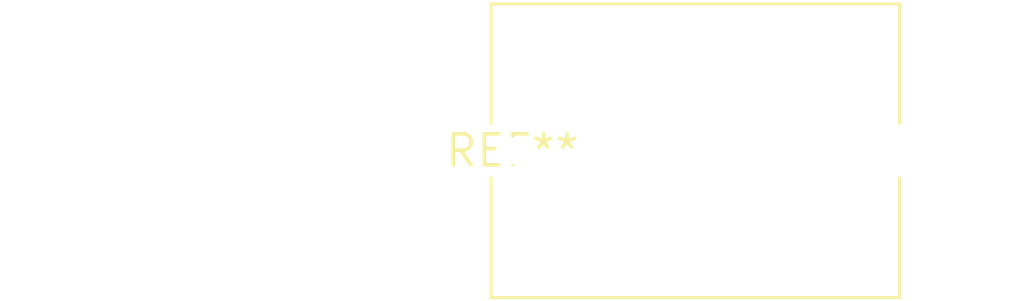
<source format=kicad_pcb>
(kicad_pcb (version 20240108) (generator pcbnew)
  (layers (0 "F.Cu" signal) (31 "B.Cu" signal) (34 "B.Paste" user) (35 "F.Paste" user) (36 "B.SilkS" user "B.Silkscreen") (37 "F.SilkS" user "F.Silkscreen") (38 "B.Mask" user) (39 "F.Mask" user) (44 "Edge.Cuts" user))
  (net 0 "")
  (footprint "C_Rect_L16.5mm_W11.8mm_P15.00mm_MKT" (layer "F.Cu") (at 0 0)
    (property "Reference" "REF**")
    (property "Value" "C_Rect_L16.5mm_W11.8mm_P15.00mm_MKT")
    (fp_line (start -0.87 -6.02) (end -0.87 -1.104) (layer "F.SilkS") (stroke (width 0.12)))
    (fp_line (start -0.87 -6.02) (end 15.87 -6.02) (layer "F.SilkS") (stroke (width 0.12)))
    (fp_line (start -0.87 1.104) (end -0.87 6.02) (layer "F.SilkS") (stroke (width 0.12)))
    (fp_line (start -0.87 6.02) (end 15.87 6.02) (layer "F.SilkS") (stroke (width 0.12)))
    (fp_line (start 15.87 -6.02) (end 15.87 -1.104) (layer "F.SilkS") (stroke (width 0.12)))
    (fp_line (start 15.87 1.104) (end 15.87 6.02) (layer "F.SilkS") (stroke (width 0.12)))
    (pad "1" thru_hole circle (at 0 0) (size 2.2 2.2) (drill 1.1) (layers *.Cu *.Mask) (remove_unused_layers))
    (pad "2" thru_hole circle (at 15 0) (size 2.2 2.2) (drill 1.1) (layers *.Cu *.Mask) (remove_unused_layers))
  )
)
</source>
